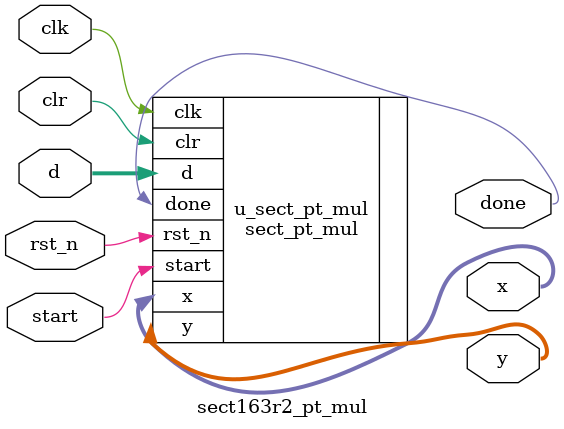
<source format=v>


module sect163r2_pt_mul (
    // System signals
    input clk,                      // system clock
    input rst_n,                    // system asynchronous reset, active low
    input clr,                      // synchronous clear

    // Data interface
    input start,                    // computation start
    input [162:0] d,                // input scalar
    output done,                    // computation done
    output [162:0] x,               // output x coordinate of d*G
    output [162:0] y                // output y coordinate of d*G
);

// Local parameters
localparam M = 163;                 // degree of f(x)
localparam FX = 163'hc9;            // binary representation of f(x)
localparam B = 163'h20a601907b8c953ca1481eb10512f78744a3205fd;          // coefficient b of E
localparam XG = 163'h3f0eba16286a2d57ea0991168d4994637e8343e36;         // x coordinate of G
localparam YG = 163'hd51fbc6c71a0094fa2cdd545b11c5c0c797324f1;          // y coordinate of G
localparam XG_SQR = 163'h306a6acf3dd8897a3d9e4a9f616eacd08a9d2564b;     // squaring of x coordinate of G
localparam XG_INV = 163'h3c8c172e24598e90b9542e6b8f6571f54be572b50;     // inversion of x coordinate of G
localparam NUM_CYCLE_MUL = 3;       // number of computation cycles minus 1 in f2m_mul module (= NUM_SEG)


// Instance
sect_pt_mul #(
    .M              (M),
    .FX             (FX),
    .B              (B),
    .XG             (XG),
    .YG             (YG),
    .XG_SQR         (XG_SQR),
    .XG_INV         (XG_INV),
    .NUM_CYCLE_MUL  (NUM_CYCLE_MUL)
) u_sect_pt_mul (
    .clk            (clk),
    .rst_n          (rst_n),
    .clr            (clr),
    .start          (start),
    .d              (d),
    .done           (done),
    .x              (x),
    .y              (y)
);


endmodule

</source>
